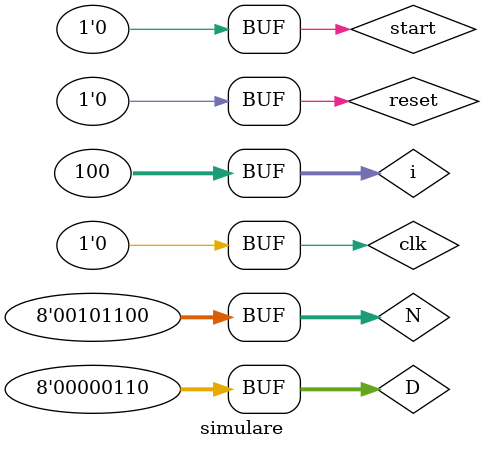
<source format=v>
`timescale 1ns / 1ps


module simulare;

    reg [7:0] N, D;
    wire[7:0] R, Q;
    reg start, reset, clk;
    wire done, idle;
    
    final u(clk, N, D, Q, R, start, reset, idle, done);
    
    integer i;
    
    initial begin
        clk = 0;
        start = 0;
        reset = 0;
        N = 44;
        D = 6;
        #1;
        
        reset = 1;
        #1;
        reset = 0;
        
        start = 1;
        clk = 1;
        #3;
        clk = 0;
        start = 0;
        #3;
        
        for (i = 0; i < 100; i = i + 1) begin
            clk = 1;
            #3;
            clk = 0;
            #3;
        end
    end
endmodule

</source>
